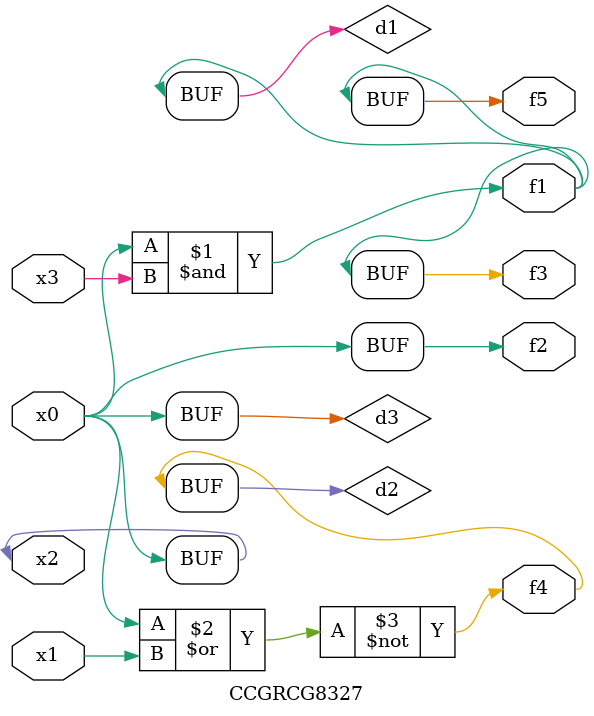
<source format=v>
module CCGRCG8327(
	input x0, x1, x2, x3,
	output f1, f2, f3, f4, f5
);

	wire d1, d2, d3;

	and (d1, x2, x3);
	nor (d2, x0, x1);
	buf (d3, x0, x2);
	assign f1 = d1;
	assign f2 = d3;
	assign f3 = d1;
	assign f4 = d2;
	assign f5 = d1;
endmodule

</source>
